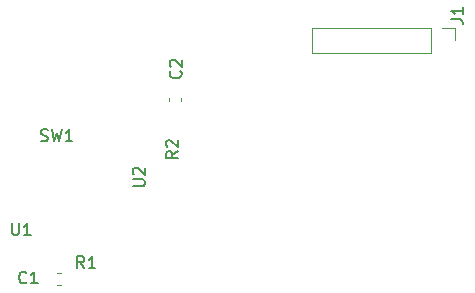
<source format=gbr>
%TF.GenerationSoftware,KiCad,Pcbnew,7.0.6*%
%TF.CreationDate,2023-12-14T14:37:07-08:00*%
%TF.ProjectId,UGC_SubStick,5547435f-5375-4625-9374-69636b2e6b69,rev?*%
%TF.SameCoordinates,Original*%
%TF.FileFunction,Legend,Top*%
%TF.FilePolarity,Positive*%
%FSLAX46Y46*%
G04 Gerber Fmt 4.6, Leading zero omitted, Abs format (unit mm)*
G04 Created by KiCad (PCBNEW 7.0.6) date 2023-12-14 14:37:07*
%MOMM*%
%LPD*%
G01*
G04 APERTURE LIST*
%ADD10C,0.150000*%
%ADD11C,0.120000*%
G04 APERTURE END LIST*
D10*
X254554819Y-153211904D02*
X255364342Y-153211904D01*
X255364342Y-153211904D02*
X255459580Y-153164285D01*
X255459580Y-153164285D02*
X255507200Y-153116666D01*
X255507200Y-153116666D02*
X255554819Y-153021428D01*
X255554819Y-153021428D02*
X255554819Y-152830952D01*
X255554819Y-152830952D02*
X255507200Y-152735714D01*
X255507200Y-152735714D02*
X255459580Y-152688095D01*
X255459580Y-152688095D02*
X255364342Y-152640476D01*
X255364342Y-152640476D02*
X254554819Y-152640476D01*
X254650057Y-152211904D02*
X254602438Y-152164285D01*
X254602438Y-152164285D02*
X254554819Y-152069047D01*
X254554819Y-152069047D02*
X254554819Y-151830952D01*
X254554819Y-151830952D02*
X254602438Y-151735714D01*
X254602438Y-151735714D02*
X254650057Y-151688095D01*
X254650057Y-151688095D02*
X254745295Y-151640476D01*
X254745295Y-151640476D02*
X254840533Y-151640476D01*
X254840533Y-151640476D02*
X254983390Y-151688095D01*
X254983390Y-151688095D02*
X255554819Y-152259523D01*
X255554819Y-152259523D02*
X255554819Y-151640476D01*
X244338095Y-156354819D02*
X244338095Y-157164342D01*
X244338095Y-157164342D02*
X244385714Y-157259580D01*
X244385714Y-157259580D02*
X244433333Y-157307200D01*
X244433333Y-157307200D02*
X244528571Y-157354819D01*
X244528571Y-157354819D02*
X244719047Y-157354819D01*
X244719047Y-157354819D02*
X244814285Y-157307200D01*
X244814285Y-157307200D02*
X244861904Y-157259580D01*
X244861904Y-157259580D02*
X244909523Y-157164342D01*
X244909523Y-157164342D02*
X244909523Y-156354819D01*
X245909523Y-157354819D02*
X245338095Y-157354819D01*
X245623809Y-157354819D02*
X245623809Y-156354819D01*
X245623809Y-156354819D02*
X245528571Y-156497676D01*
X245528571Y-156497676D02*
X245433333Y-156592914D01*
X245433333Y-156592914D02*
X245338095Y-156640533D01*
X245533333Y-161359580D02*
X245485714Y-161407200D01*
X245485714Y-161407200D02*
X245342857Y-161454819D01*
X245342857Y-161454819D02*
X245247619Y-161454819D01*
X245247619Y-161454819D02*
X245104762Y-161407200D01*
X245104762Y-161407200D02*
X245009524Y-161311961D01*
X245009524Y-161311961D02*
X244961905Y-161216723D01*
X244961905Y-161216723D02*
X244914286Y-161026247D01*
X244914286Y-161026247D02*
X244914286Y-160883390D01*
X244914286Y-160883390D02*
X244961905Y-160692914D01*
X244961905Y-160692914D02*
X245009524Y-160597676D01*
X245009524Y-160597676D02*
X245104762Y-160502438D01*
X245104762Y-160502438D02*
X245247619Y-160454819D01*
X245247619Y-160454819D02*
X245342857Y-160454819D01*
X245342857Y-160454819D02*
X245485714Y-160502438D01*
X245485714Y-160502438D02*
X245533333Y-160550057D01*
X246485714Y-161454819D02*
X245914286Y-161454819D01*
X246200000Y-161454819D02*
X246200000Y-160454819D01*
X246200000Y-160454819D02*
X246104762Y-160597676D01*
X246104762Y-160597676D02*
X246009524Y-160692914D01*
X246009524Y-160692914D02*
X245914286Y-160740533D01*
X250433333Y-160154819D02*
X250100000Y-159678628D01*
X249861905Y-160154819D02*
X249861905Y-159154819D01*
X249861905Y-159154819D02*
X250242857Y-159154819D01*
X250242857Y-159154819D02*
X250338095Y-159202438D01*
X250338095Y-159202438D02*
X250385714Y-159250057D01*
X250385714Y-159250057D02*
X250433333Y-159345295D01*
X250433333Y-159345295D02*
X250433333Y-159488152D01*
X250433333Y-159488152D02*
X250385714Y-159583390D01*
X250385714Y-159583390D02*
X250338095Y-159631009D01*
X250338095Y-159631009D02*
X250242857Y-159678628D01*
X250242857Y-159678628D02*
X249861905Y-159678628D01*
X251385714Y-160154819D02*
X250814286Y-160154819D01*
X251100000Y-160154819D02*
X251100000Y-159154819D01*
X251100000Y-159154819D02*
X251004762Y-159297676D01*
X251004762Y-159297676D02*
X250909524Y-159392914D01*
X250909524Y-159392914D02*
X250814286Y-159440533D01*
X246766667Y-149357200D02*
X246909524Y-149404819D01*
X246909524Y-149404819D02*
X247147619Y-149404819D01*
X247147619Y-149404819D02*
X247242857Y-149357200D01*
X247242857Y-149357200D02*
X247290476Y-149309580D01*
X247290476Y-149309580D02*
X247338095Y-149214342D01*
X247338095Y-149214342D02*
X247338095Y-149119104D01*
X247338095Y-149119104D02*
X247290476Y-149023866D01*
X247290476Y-149023866D02*
X247242857Y-148976247D01*
X247242857Y-148976247D02*
X247147619Y-148928628D01*
X247147619Y-148928628D02*
X246957143Y-148881009D01*
X246957143Y-148881009D02*
X246861905Y-148833390D01*
X246861905Y-148833390D02*
X246814286Y-148785771D01*
X246814286Y-148785771D02*
X246766667Y-148690533D01*
X246766667Y-148690533D02*
X246766667Y-148595295D01*
X246766667Y-148595295D02*
X246814286Y-148500057D01*
X246814286Y-148500057D02*
X246861905Y-148452438D01*
X246861905Y-148452438D02*
X246957143Y-148404819D01*
X246957143Y-148404819D02*
X247195238Y-148404819D01*
X247195238Y-148404819D02*
X247338095Y-148452438D01*
X247671429Y-148404819D02*
X247909524Y-149404819D01*
X247909524Y-149404819D02*
X248100000Y-148690533D01*
X248100000Y-148690533D02*
X248290476Y-149404819D01*
X248290476Y-149404819D02*
X248528572Y-148404819D01*
X249433333Y-149404819D02*
X248861905Y-149404819D01*
X249147619Y-149404819D02*
X249147619Y-148404819D01*
X249147619Y-148404819D02*
X249052381Y-148547676D01*
X249052381Y-148547676D02*
X248957143Y-148642914D01*
X248957143Y-148642914D02*
X248861905Y-148690533D01*
X281504819Y-139083333D02*
X282219104Y-139083333D01*
X282219104Y-139083333D02*
X282361961Y-139130952D01*
X282361961Y-139130952D02*
X282457200Y-139226190D01*
X282457200Y-139226190D02*
X282504819Y-139369047D01*
X282504819Y-139369047D02*
X282504819Y-139464285D01*
X282504819Y-138083333D02*
X282504819Y-138654761D01*
X282504819Y-138369047D02*
X281504819Y-138369047D01*
X281504819Y-138369047D02*
X281647676Y-138464285D01*
X281647676Y-138464285D02*
X281742914Y-138559523D01*
X281742914Y-138559523D02*
X281790533Y-138654761D01*
X258584580Y-143466666D02*
X258632200Y-143514285D01*
X258632200Y-143514285D02*
X258679819Y-143657142D01*
X258679819Y-143657142D02*
X258679819Y-143752380D01*
X258679819Y-143752380D02*
X258632200Y-143895237D01*
X258632200Y-143895237D02*
X258536961Y-143990475D01*
X258536961Y-143990475D02*
X258441723Y-144038094D01*
X258441723Y-144038094D02*
X258251247Y-144085713D01*
X258251247Y-144085713D02*
X258108390Y-144085713D01*
X258108390Y-144085713D02*
X257917914Y-144038094D01*
X257917914Y-144038094D02*
X257822676Y-143990475D01*
X257822676Y-143990475D02*
X257727438Y-143895237D01*
X257727438Y-143895237D02*
X257679819Y-143752380D01*
X257679819Y-143752380D02*
X257679819Y-143657142D01*
X257679819Y-143657142D02*
X257727438Y-143514285D01*
X257727438Y-143514285D02*
X257775057Y-143466666D01*
X257775057Y-143085713D02*
X257727438Y-143038094D01*
X257727438Y-143038094D02*
X257679819Y-142942856D01*
X257679819Y-142942856D02*
X257679819Y-142704761D01*
X257679819Y-142704761D02*
X257727438Y-142609523D01*
X257727438Y-142609523D02*
X257775057Y-142561904D01*
X257775057Y-142561904D02*
X257870295Y-142514285D01*
X257870295Y-142514285D02*
X257965533Y-142514285D01*
X257965533Y-142514285D02*
X258108390Y-142561904D01*
X258108390Y-142561904D02*
X258679819Y-143133332D01*
X258679819Y-143133332D02*
X258679819Y-142514285D01*
X258354819Y-150266666D02*
X257878628Y-150599999D01*
X258354819Y-150838094D02*
X257354819Y-150838094D01*
X257354819Y-150838094D02*
X257354819Y-150457142D01*
X257354819Y-150457142D02*
X257402438Y-150361904D01*
X257402438Y-150361904D02*
X257450057Y-150314285D01*
X257450057Y-150314285D02*
X257545295Y-150266666D01*
X257545295Y-150266666D02*
X257688152Y-150266666D01*
X257688152Y-150266666D02*
X257783390Y-150314285D01*
X257783390Y-150314285D02*
X257831009Y-150361904D01*
X257831009Y-150361904D02*
X257878628Y-150457142D01*
X257878628Y-150457142D02*
X257878628Y-150838094D01*
X257450057Y-149885713D02*
X257402438Y-149838094D01*
X257402438Y-149838094D02*
X257354819Y-149742856D01*
X257354819Y-149742856D02*
X257354819Y-149504761D01*
X257354819Y-149504761D02*
X257402438Y-149409523D01*
X257402438Y-149409523D02*
X257450057Y-149361904D01*
X257450057Y-149361904D02*
X257545295Y-149314285D01*
X257545295Y-149314285D02*
X257640533Y-149314285D01*
X257640533Y-149314285D02*
X257783390Y-149361904D01*
X257783390Y-149361904D02*
X258354819Y-149933332D01*
X258354819Y-149933332D02*
X258354819Y-149314285D01*
D11*
%TO.C,C1*%
X248153733Y-160590000D02*
X248446267Y-160590000D01*
X248153733Y-161610000D02*
X248446267Y-161610000D01*
%TO.C,J1*%
X281821001Y-139807407D02*
X281821001Y-140867407D01*
X280761001Y-139807407D02*
X281821001Y-139807407D01*
X279761001Y-139807407D02*
X269701001Y-139807407D01*
X279761001Y-139807407D02*
X279761001Y-141927407D01*
X269701001Y-139807407D02*
X269701001Y-141927407D01*
X279761001Y-141927407D02*
X269701001Y-141927407D01*
%TO.C,C2*%
X258610000Y-145753733D02*
X258610000Y-146046267D01*
X257590000Y-145753733D02*
X257590000Y-146046267D01*
%TD*%
M02*

</source>
